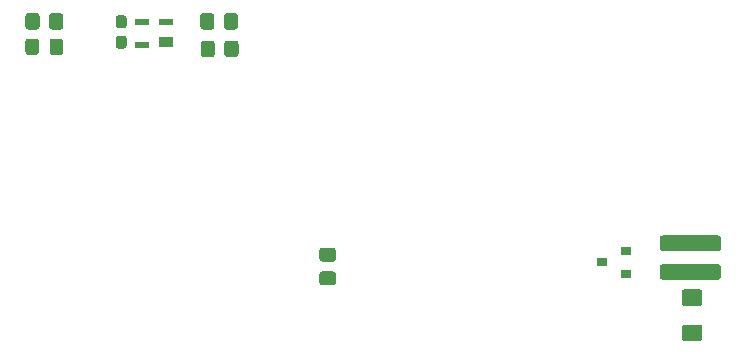
<source format=gbr>
%TF.GenerationSoftware,KiCad,Pcbnew,(5.1.9)-1*%
%TF.CreationDate,2021-01-08T22:51:15-05:00*%
%TF.ProjectId,rgb,7267622e-6b69-4636-9164-5f7063625858,rev?*%
%TF.SameCoordinates,Original*%
%TF.FileFunction,Paste,Top*%
%TF.FilePolarity,Positive*%
%FSLAX46Y46*%
G04 Gerber Fmt 4.6, Leading zero omitted, Abs format (unit mm)*
G04 Created by KiCad (PCBNEW (5.1.9)-1) date 2021-01-08 22:51:15*
%MOMM*%
%LPD*%
G01*
G04 APERTURE LIST*
%ADD10R,0.900000X0.800000*%
%ADD11R,1.310000X0.550000*%
%ADD12R,1.310000X0.940000*%
G04 APERTURE END LIST*
D10*
%TO.C,U1*%
X185050000Y-79800000D03*
X187050000Y-78850000D03*
X187050000Y-80750000D03*
%TD*%
%TO.C,R1*%
G36*
G01*
X194850002Y-78850000D02*
X190149998Y-78850000D01*
G75*
G02*
X189900000Y-78600002I0J249998D01*
G01*
X189900000Y-77774998D01*
G75*
G02*
X190149998Y-77525000I249998J0D01*
G01*
X194850002Y-77525000D01*
G75*
G02*
X195100000Y-77774998I0J-249998D01*
G01*
X195100000Y-78600002D01*
G75*
G02*
X194850002Y-78850000I-249998J0D01*
G01*
G37*
G36*
G01*
X194850002Y-81275000D02*
X190149998Y-81275000D01*
G75*
G02*
X189900000Y-81025002I0J249998D01*
G01*
X189900000Y-80199998D01*
G75*
G02*
X190149998Y-79950000I249998J0D01*
G01*
X194850002Y-79950000D01*
G75*
G02*
X195100000Y-80199998I0J-249998D01*
G01*
X195100000Y-81025002D01*
G75*
G02*
X194850002Y-81275000I-249998J0D01*
G01*
G37*
%TD*%
%TO.C,R2*%
G36*
G01*
X161339999Y-78560000D02*
X162240001Y-78560000D01*
G75*
G02*
X162490000Y-78809999I0J-249999D01*
G01*
X162490000Y-79510001D01*
G75*
G02*
X162240001Y-79760000I-249999J0D01*
G01*
X161339999Y-79760000D01*
G75*
G02*
X161090000Y-79510001I0J249999D01*
G01*
X161090000Y-78809999D01*
G75*
G02*
X161339999Y-78560000I249999J0D01*
G01*
G37*
G36*
G01*
X161339999Y-80560000D02*
X162240001Y-80560000D01*
G75*
G02*
X162490000Y-80809999I0J-249999D01*
G01*
X162490000Y-81510001D01*
G75*
G02*
X162240001Y-81760000I-249999J0D01*
G01*
X161339999Y-81760000D01*
G75*
G02*
X161090000Y-81510001I0J249999D01*
G01*
X161090000Y-80809999D01*
G75*
G02*
X161339999Y-80560000I249999J0D01*
G01*
G37*
%TD*%
%TO.C,R5*%
G36*
G01*
X138200000Y-59850001D02*
X138200000Y-58949999D01*
G75*
G02*
X138449999Y-58700000I249999J0D01*
G01*
X139150001Y-58700000D01*
G75*
G02*
X139400000Y-58949999I0J-249999D01*
G01*
X139400000Y-59850001D01*
G75*
G02*
X139150001Y-60100000I-249999J0D01*
G01*
X138449999Y-60100000D01*
G75*
G02*
X138200000Y-59850001I0J249999D01*
G01*
G37*
G36*
G01*
X136200000Y-59850001D02*
X136200000Y-58949999D01*
G75*
G02*
X136449999Y-58700000I249999J0D01*
G01*
X137150001Y-58700000D01*
G75*
G02*
X137400000Y-58949999I0J-249999D01*
G01*
X137400000Y-59850001D01*
G75*
G02*
X137150001Y-60100000I-249999J0D01*
G01*
X136449999Y-60100000D01*
G75*
G02*
X136200000Y-59850001I0J249999D01*
G01*
G37*
%TD*%
%TO.C,R4*%
G36*
G01*
X152240000Y-61279999D02*
X152240000Y-62180001D01*
G75*
G02*
X151990001Y-62430000I-249999J0D01*
G01*
X151289999Y-62430000D01*
G75*
G02*
X151040000Y-62180001I0J249999D01*
G01*
X151040000Y-61279999D01*
G75*
G02*
X151289999Y-61030000I249999J0D01*
G01*
X151990001Y-61030000D01*
G75*
G02*
X152240000Y-61279999I0J-249999D01*
G01*
G37*
G36*
G01*
X154240000Y-61279999D02*
X154240000Y-62180001D01*
G75*
G02*
X153990001Y-62430000I-249999J0D01*
G01*
X153289999Y-62430000D01*
G75*
G02*
X153040000Y-62180001I0J249999D01*
G01*
X153040000Y-61279999D01*
G75*
G02*
X153289999Y-61030000I249999J0D01*
G01*
X153990001Y-61030000D01*
G75*
G02*
X154240000Y-61279999I0J-249999D01*
G01*
G37*
%TD*%
%TO.C,R3*%
G36*
G01*
X152200000Y-58949999D02*
X152200000Y-59850001D01*
G75*
G02*
X151950001Y-60100000I-249999J0D01*
G01*
X151249999Y-60100000D01*
G75*
G02*
X151000000Y-59850001I0J249999D01*
G01*
X151000000Y-58949999D01*
G75*
G02*
X151249999Y-58700000I249999J0D01*
G01*
X151950001Y-58700000D01*
G75*
G02*
X152200000Y-58949999I0J-249999D01*
G01*
G37*
G36*
G01*
X154200000Y-58949999D02*
X154200000Y-59850001D01*
G75*
G02*
X153950001Y-60100000I-249999J0D01*
G01*
X153249999Y-60100000D01*
G75*
G02*
X153000000Y-59850001I0J249999D01*
G01*
X153000000Y-58949999D01*
G75*
G02*
X153249999Y-58700000I249999J0D01*
G01*
X153950001Y-58700000D01*
G75*
G02*
X154200000Y-58949999I0J-249999D01*
G01*
G37*
%TD*%
%TO.C,C3*%
G36*
G01*
X144537500Y-59975000D02*
X144062500Y-59975000D01*
G75*
G02*
X143825000Y-59737500I0J237500D01*
G01*
X143825000Y-59137500D01*
G75*
G02*
X144062500Y-58900000I237500J0D01*
G01*
X144537500Y-58900000D01*
G75*
G02*
X144775000Y-59137500I0J-237500D01*
G01*
X144775000Y-59737500D01*
G75*
G02*
X144537500Y-59975000I-237500J0D01*
G01*
G37*
G36*
G01*
X144537500Y-61700000D02*
X144062500Y-61700000D01*
G75*
G02*
X143825000Y-61462500I0J237500D01*
G01*
X143825000Y-60862500D01*
G75*
G02*
X144062500Y-60625000I237500J0D01*
G01*
X144537500Y-60625000D01*
G75*
G02*
X144775000Y-60862500I0J-237500D01*
G01*
X144775000Y-61462500D01*
G75*
G02*
X144537500Y-61700000I-237500J0D01*
G01*
G37*
%TD*%
D11*
%TO.C,U2*%
X146100000Y-59440000D03*
X148100000Y-59440000D03*
D12*
X148100000Y-61160000D03*
D11*
X146100000Y-61360000D03*
%TD*%
%TO.C,D1*%
G36*
G01*
X136200000Y-62000001D02*
X136200000Y-61099999D01*
G75*
G02*
X136449999Y-60850000I249999J0D01*
G01*
X137100001Y-60850000D01*
G75*
G02*
X137350000Y-61099999I0J-249999D01*
G01*
X137350000Y-62000001D01*
G75*
G02*
X137100001Y-62250000I-249999J0D01*
G01*
X136449999Y-62250000D01*
G75*
G02*
X136200000Y-62000001I0J249999D01*
G01*
G37*
G36*
G01*
X138250000Y-62000001D02*
X138250000Y-61099999D01*
G75*
G02*
X138499999Y-60850000I249999J0D01*
G01*
X139150001Y-60850000D01*
G75*
G02*
X139400000Y-61099999I0J-249999D01*
G01*
X139400000Y-62000001D01*
G75*
G02*
X139150001Y-62250000I-249999J0D01*
G01*
X138499999Y-62250000D01*
G75*
G02*
X138250000Y-62000001I0J249999D01*
G01*
G37*
%TD*%
%TO.C,F1*%
G36*
G01*
X192015000Y-85065000D02*
X193265000Y-85065000D01*
G75*
G02*
X193515000Y-85315000I0J-250000D01*
G01*
X193515000Y-86240000D01*
G75*
G02*
X193265000Y-86490000I-250000J0D01*
G01*
X192015000Y-86490000D01*
G75*
G02*
X191765000Y-86240000I0J250000D01*
G01*
X191765000Y-85315000D01*
G75*
G02*
X192015000Y-85065000I250000J0D01*
G01*
G37*
G36*
G01*
X192015000Y-82090000D02*
X193265000Y-82090000D01*
G75*
G02*
X193515000Y-82340000I0J-250000D01*
G01*
X193515000Y-83265000D01*
G75*
G02*
X193265000Y-83515000I-250000J0D01*
G01*
X192015000Y-83515000D01*
G75*
G02*
X191765000Y-83265000I0J250000D01*
G01*
X191765000Y-82340000D01*
G75*
G02*
X192015000Y-82090000I250000J0D01*
G01*
G37*
%TD*%
M02*

</source>
